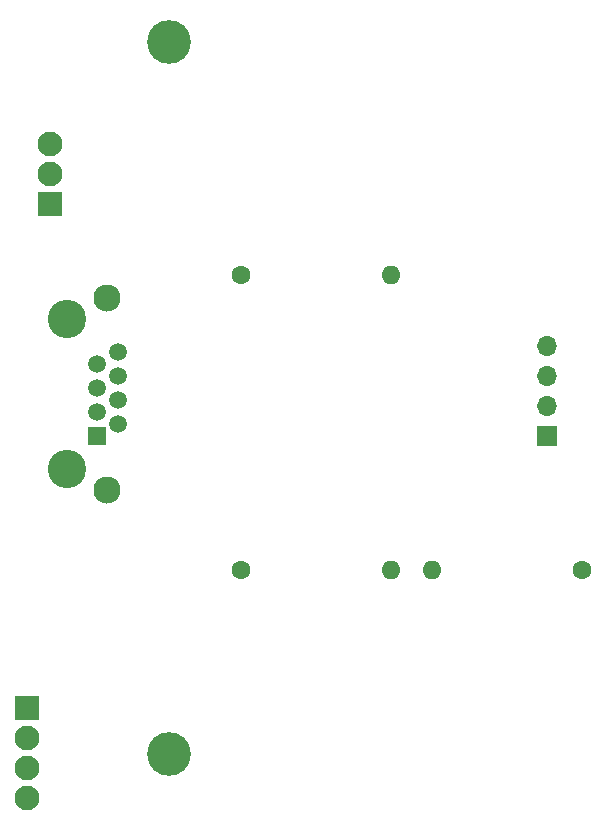
<source format=gbs>
%TF.GenerationSoftware,KiCad,Pcbnew,(6.0.0-0)*%
%TF.CreationDate,2022-04-18T16:48:20+01:00*%
%TF.ProjectId,acnode-reader-direct,61636e6f-6465-42d7-9265-616465722d64,rev?*%
%TF.SameCoordinates,Original*%
%TF.FileFunction,Soldermask,Bot*%
%TF.FilePolarity,Negative*%
%FSLAX46Y46*%
G04 Gerber Fmt 4.6, Leading zero omitted, Abs format (unit mm)*
G04 Created by KiCad (PCBNEW (6.0.0-0)) date 2022-04-18 16:48:20*
%MOMM*%
%LPD*%
G01*
G04 APERTURE LIST*
%ADD10R,2.100000X2.100000*%
%ADD11C,2.100000*%
%ADD12C,3.250000*%
%ADD13R,1.500000X1.500000*%
%ADD14C,1.500000*%
%ADD15C,2.300000*%
%ADD16C,3.700000*%
%ADD17C,1.600000*%
%ADD18O,1.600000X1.600000*%
%ADD19R,1.700000X1.700000*%
%ADD20O,1.700000X1.700000*%
G04 APERTURE END LIST*
D10*
%TO.C,J3*%
X85000000Y-56540000D03*
D11*
X85000000Y-54000000D03*
X85000000Y-51460000D03*
%TD*%
D12*
%TO.C,J1*%
X86360000Y-78990000D03*
X86360000Y-66290000D03*
D13*
X88900000Y-76200000D03*
D14*
X90680000Y-75184000D03*
X88900000Y-74168000D03*
X90680000Y-73152000D03*
X88900000Y-72136000D03*
X90680000Y-71120000D03*
X88900000Y-70104000D03*
X90680000Y-69088000D03*
D15*
X89790000Y-64510000D03*
X89790000Y-80770000D03*
%TD*%
D16*
%TO.C,EN 60670-1*%
X95000000Y-42800000D03*
%TD*%
D17*
%TO.C,R1*%
X101150000Y-62500000D03*
D18*
X113850000Y-62500000D03*
%TD*%
D16*
%TO.C,EN 60670-1*%
X95000000Y-103100000D03*
%TD*%
D11*
%TO.C,J2*%
X83000000Y-106805000D03*
X83000000Y-104265000D03*
X83000000Y-101725000D03*
D10*
X83000000Y-99185000D03*
%TD*%
D17*
%TO.C,R2*%
X130000000Y-87500000D03*
D18*
X117300000Y-87500000D03*
%TD*%
D17*
%TO.C,R3*%
X101150000Y-87500000D03*
D18*
X113850000Y-87500000D03*
%TD*%
D19*
%TO.C,J4*%
X127000000Y-76200000D03*
D20*
X127000000Y-73660000D03*
X127000000Y-71120000D03*
X127000000Y-68580000D03*
%TD*%
M02*

</source>
